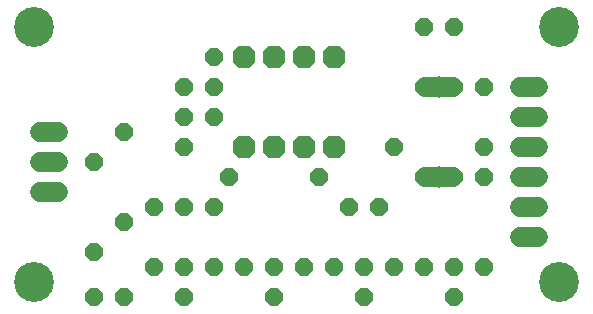
<source format=gts>
G75*
%MOIN*%
%OFA0B0*%
%FSLAX24Y24*%
%IPPOS*%
%LPD*%
%AMOC8*
5,1,8,0,0,1.08239X$1,22.5*
%
%ADD10C,0.1330*%
%ADD11OC8,0.0600*%
%ADD12OC8,0.0760*%
%ADD13C,0.0680*%
%ADD14OC8,0.0595*%
%ADD15R,0.0540X0.0710*%
%ADD16R,0.0060X0.0720*%
D10*
X001200Y001180D03*
X001200Y009680D03*
X018700Y009680D03*
X018700Y001180D03*
D11*
X016190Y001680D03*
X015200Y000680D03*
X014210Y001680D03*
X013190Y001680D03*
X012200Y000680D03*
X011210Y001680D03*
X010190Y001680D03*
X009200Y000680D03*
X008210Y001680D03*
X007190Y001680D03*
X006200Y000680D03*
X005210Y001680D03*
X004200Y000680D03*
X003200Y000680D03*
X003200Y002180D03*
X004200Y003180D03*
X005200Y003680D03*
X006200Y003680D03*
X007700Y004680D03*
X006200Y005680D03*
X006200Y006680D03*
X007200Y007680D03*
X007200Y008680D03*
X004200Y006180D03*
X003200Y005180D03*
X010700Y004680D03*
X011700Y003680D03*
X012700Y003680D03*
X014200Y004680D03*
X015200Y004680D03*
X016200Y005680D03*
X013200Y005680D03*
X014200Y007680D03*
X015200Y007680D03*
X015200Y009680D03*
X014200Y009680D03*
D12*
X011200Y008680D03*
X010200Y008680D03*
X009200Y008680D03*
X008200Y008680D03*
X008200Y005680D03*
X009200Y005680D03*
X010200Y005680D03*
X011200Y005680D03*
D13*
X017400Y005680D02*
X018000Y005680D01*
X018000Y004680D02*
X017400Y004680D01*
X017400Y003680D02*
X018000Y003680D01*
X018000Y002680D02*
X017400Y002680D01*
X017400Y006680D02*
X018000Y006680D01*
X018000Y007680D02*
X017400Y007680D01*
X002000Y006180D02*
X001400Y006180D01*
X001400Y005180D02*
X002000Y005180D01*
X002000Y004180D02*
X001400Y004180D01*
D14*
X006200Y001680D03*
X009200Y001680D03*
X012200Y001680D03*
X015200Y001680D03*
X016200Y004680D03*
X016200Y007680D03*
X007200Y006680D03*
X006200Y007680D03*
X007200Y003680D03*
D15*
X014400Y004680D03*
X015000Y004680D03*
X015000Y007680D03*
X014400Y007680D03*
D16*
X014700Y007680D03*
X014700Y004680D03*
M02*

</source>
